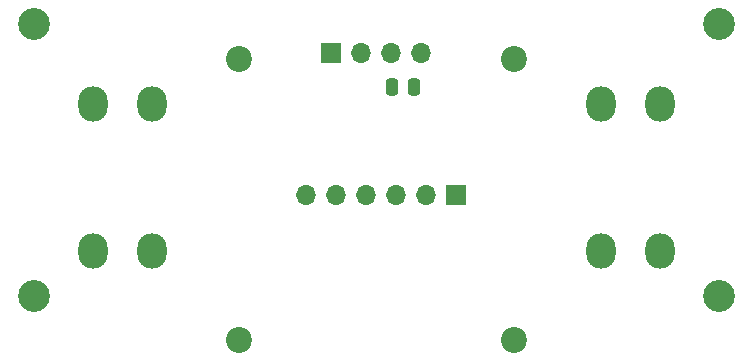
<source format=gbs>
G04 #@! TF.GenerationSoftware,KiCad,Pcbnew,(6.0.4)*
G04 #@! TF.CreationDate,2022-03-24T17:43:32+01:00*
G04 #@! TF.ProjectId,MT32pi-MiSTer,4d543332-7069-42d4-9d69-535465722e6b,rev?*
G04 #@! TF.SameCoordinates,Original*
G04 #@! TF.FileFunction,Soldermask,Bot*
G04 #@! TF.FilePolarity,Negative*
%FSLAX46Y46*%
G04 Gerber Fmt 4.6, Leading zero omitted, Abs format (unit mm)*
G04 Created by KiCad (PCBNEW (6.0.4)) date 2022-03-24 17:43:32*
%MOMM*%
%LPD*%
G01*
G04 APERTURE LIST*
G04 Aperture macros list*
%AMRoundRect*
0 Rectangle with rounded corners*
0 $1 Rounding radius*
0 $2 $3 $4 $5 $6 $7 $8 $9 X,Y pos of 4 corners*
0 Add a 4 corners polygon primitive as box body*
4,1,4,$2,$3,$4,$5,$6,$7,$8,$9,$2,$3,0*
0 Add four circle primitives for the rounded corners*
1,1,$1+$1,$2,$3*
1,1,$1+$1,$4,$5*
1,1,$1+$1,$6,$7*
1,1,$1+$1,$8,$9*
0 Add four rect primitives between the rounded corners*
20,1,$1+$1,$2,$3,$4,$5,0*
20,1,$1+$1,$4,$5,$6,$7,0*
20,1,$1+$1,$6,$7,$8,$9,0*
20,1,$1+$1,$8,$9,$2,$3,0*%
G04 Aperture macros list end*
%ADD10O,2.500000X3.000000*%
%ADD11C,2.700000*%
%ADD12RoundRect,0.250000X-0.250000X-0.475000X0.250000X-0.475000X0.250000X0.475000X-0.250000X0.475000X0*%
%ADD13C,2.200000*%
%ADD14R,1.700000X1.700000*%
%ADD15O,1.700000X1.700000*%
G04 APERTURE END LIST*
D10*
X131500000Y-92750000D03*
X131500000Y-105250000D03*
X136500000Y-105250000D03*
X136500000Y-92750000D03*
D11*
X141500000Y-109000000D03*
D12*
X113800000Y-91300000D03*
X115700000Y-91300000D03*
D10*
X93500000Y-105250000D03*
X93500000Y-92750000D03*
X88500000Y-92750000D03*
X88500000Y-105250000D03*
D13*
X100850000Y-112790000D03*
D14*
X108690000Y-88490000D03*
D15*
X111230000Y-88490000D03*
X113770000Y-88490000D03*
X116310000Y-88490000D03*
D14*
X119280000Y-100450000D03*
D15*
X116740000Y-100450000D03*
X114200000Y-100450000D03*
X111660000Y-100450000D03*
X109120000Y-100450000D03*
X106580000Y-100450000D03*
D11*
X83500000Y-109000000D03*
D13*
X100850000Y-88990000D03*
X124150000Y-112790000D03*
X124150000Y-88990000D03*
D11*
X141500000Y-86000000D03*
X83500000Y-86000000D03*
M02*

</source>
